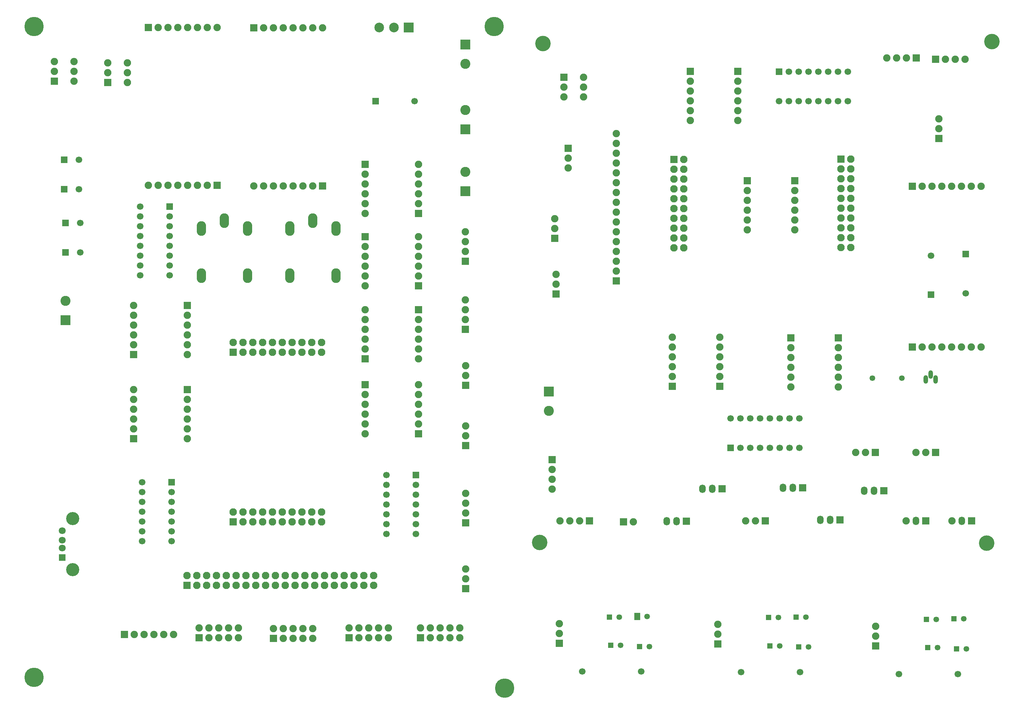
<source format=gbr>
G04 DipTrace 3.0.0.1*
G04 BottomMask.gbr*
%MOIN*%
G04 #@! TF.FileFunction,Soldermask,Bot*
G04 #@! TF.Part,Single*
%ADD17R,0.066929X0.066929*%
%ADD18C,0.066929*%
%ADD43C,0.15748*%
%ADD44C,0.19685*%
%ADD59C,0.066929*%
%ADD60R,0.057874X0.057874*%
%ADD62R,0.062992X0.074803*%
%ADD64C,0.057874*%
%ADD66C,0.057874*%
%ADD68O,0.047244X0.086614*%
%ADD70O,0.094488X0.149606*%
%ADD72C,0.076772*%
%ADD74R,0.076772X0.076772*%
%ADD76C,0.133858*%
%ADD78C,0.070866*%
%ADD80R,0.070866X0.070866*%
%ADD86O,0.066929X0.086614*%
%ADD90C,0.098425*%
%ADD92R,0.098425X0.098425*%
%ADD94C,0.102362*%
%ADD96R,0.102362X0.102362*%
%ADD98C,0.074803*%
%ADD99R,0.074803X0.074803*%
%FSLAX26Y26*%
G04*
G70*
G90*
G75*
G01*
G04 BotMask*
%LPD*%
D99*
X5936850Y4620312D3*
D98*
Y4720312D3*
Y4820312D3*
D96*
X5013911Y7160239D3*
D94*
Y6963388D3*
D96*
X5861843Y3626458D3*
D94*
Y3429608D3*
D92*
X4436295Y7335257D3*
D90*
X4286295D3*
X4136295D3*
D99*
X9833778Y6205719D3*
D98*
Y6305719D3*
Y6405719D3*
D17*
X7714552Y3055469D3*
D18*
X7814552D3*
X7914552D3*
X8014552D3*
X8114552D3*
X8214552D3*
X8314552D3*
X8414552D3*
Y3355469D3*
X8314552D3*
X8214552D3*
X8114552D3*
X8014552D3*
X7914552D3*
X7814552D3*
X7714552D3*
D99*
X5924349Y5189122D3*
D98*
Y5289122D3*
Y5389122D3*
D99*
X9187192Y3007643D3*
D98*
X9087192D3*
X8987192D3*
D99*
X9799756D3*
D98*
X9699756D3*
X9599756D3*
D99*
X5013911Y4953757D3*
D98*
Y5053757D3*
Y5153757D3*
Y5253757D3*
D99*
X5017606Y3691416D3*
D98*
Y3791416D3*
Y3891416D3*
D99*
X5897093Y2933072D3*
D98*
Y2833072D3*
Y2733072D3*
Y2633072D3*
D99*
X7261990Y2307570D3*
D86*
X7161990D3*
X7061990D3*
D99*
X5013911Y4259934D3*
D98*
Y4359934D3*
Y4459934D3*
Y4559934D3*
D99*
X5017606Y3078852D3*
D98*
Y3178852D3*
Y3278852D3*
D99*
X3829982Y1122105D3*
D98*
Y1222105D3*
X3929982Y1122105D3*
Y1222105D3*
X4029982Y1122105D3*
Y1222105D3*
X4129982Y1122105D3*
Y1222105D3*
X4229982Y1122105D3*
Y1222105D3*
D99*
X6061604Y6104719D3*
D98*
Y6004719D3*
Y5904719D3*
D99*
X1785978Y7335177D3*
D98*
X1885978D3*
X1985978D3*
X2085978D3*
X2185978D3*
X2285978D3*
X2385978D3*
X2485978D3*
D99*
X9562274Y4082285D3*
D98*
X9662274D3*
X9762274D3*
X9862274D3*
X9962274D3*
X10062274D3*
X10162274D3*
X10262274D3*
D99*
X2486091Y5728839D3*
D98*
X2386091D3*
X2286091D3*
X2186091D3*
X2086091D3*
X1986091D3*
X1886091D3*
X1786091D3*
D99*
X9562274Y5716143D3*
D98*
X9662274D3*
X9762274D3*
X9862274D3*
X9962274D3*
X10062274D3*
X10162274D3*
X10262274D3*
D99*
X2861026Y7331024D3*
D98*
X2961026D3*
X3061026D3*
X3161026D3*
X3261026D3*
X3361026D3*
X3461026D3*
X3561026D3*
D99*
X3561203Y5722588D3*
D98*
X3461203D3*
X3361203D3*
X3261203D3*
X3161203D3*
X3061203D3*
X2961203D3*
X2861203D3*
D17*
X4098760Y6585178D3*
D18*
X4496398D3*
D99*
X2304822Y1122105D3*
D98*
Y1222105D3*
X2404822Y1122105D3*
Y1222105D3*
X2504822Y1122105D3*
Y1222105D3*
X2604822Y1122105D3*
Y1222105D3*
X2704822Y1122105D3*
Y1222105D3*
D17*
X929573Y5987133D3*
D18*
X1079573D3*
D17*
X929573Y5687133D3*
D18*
X1079573D3*
D17*
X942075Y5343315D3*
D18*
X1092075D3*
D17*
X942075Y5043315D3*
D18*
X1092075D3*
D96*
X5013911Y6297648D3*
D94*
Y6494499D3*
D96*
Y5666332D3*
D94*
Y5863182D3*
D99*
X5017606Y2290978D3*
D98*
Y2390978D3*
Y2490978D3*
Y2590978D3*
D99*
Y1622157D3*
D98*
Y1722157D3*
Y1822157D3*
D43*
X10372231Y7190287D3*
X5802550Y7170367D3*
D44*
X623307Y7343525D3*
D43*
X10320244Y2083451D3*
X5771516Y2091008D3*
D44*
X5306717Y7344430D3*
X5412978Y606223D3*
X623291Y717829D3*
D99*
X1542138Y1155375D3*
D98*
X1642138D3*
X1742138D3*
X1842138D3*
X1942138D3*
X2042138D3*
D17*
X10107344Y5026711D3*
D18*
Y4629073D3*
D99*
X8826337Y2320976D3*
D86*
X8726337D3*
X8626337D3*
D99*
X9273357Y2617554D3*
D86*
X9173357D3*
X9073357D3*
D80*
X910822Y1936707D3*
D78*
Y2035133D3*
Y2113873D3*
Y2212298D3*
D76*
X1017121Y1815841D3*
Y2333164D3*
D74*
X2648545Y2302315D3*
D72*
X2748545D3*
X2848545D3*
X2948545D3*
X3048545D3*
X3148545D3*
X3248545D3*
X3348545D3*
X3448545D3*
X3548545D3*
Y2402315D3*
X3448545D3*
X3348545D3*
X3248545D3*
X3148545D3*
X3048545D3*
X2948545D3*
X2848545D3*
X2748545D3*
X2648545D3*
D74*
X2648596Y4028667D3*
D72*
X2748596D3*
X2848596D3*
X2948596D3*
X3048596D3*
X3148596D3*
X3248596D3*
X3348596D3*
X3448596D3*
X3548596D3*
Y4128667D3*
X3448596D3*
X3348596D3*
X3248596D3*
X3148596D3*
X3048596D3*
X2948596D3*
X2848596D3*
X2748596D3*
X2648596D3*
D70*
X2561098Y5366301D3*
X2326098Y5286301D3*
X2796098D3*
Y4806301D3*
X2326098D3*
X3461193Y5366387D3*
X3226193Y5286387D3*
X3696193D3*
Y4806387D3*
X3226193D3*
D99*
X6551445Y4753127D3*
D98*
Y4853127D3*
Y4953127D3*
Y5053127D3*
Y5153127D3*
Y5253127D3*
Y5353127D3*
Y5453127D3*
Y5553127D3*
Y5653127D3*
Y5753127D3*
Y5853127D3*
Y5953127D3*
Y6053127D3*
Y6153127D3*
Y6253127D3*
D99*
X8367301Y5774096D3*
D98*
Y5674096D3*
Y5574096D3*
Y5474096D3*
Y5374096D3*
Y5274096D3*
D99*
X7883836Y5774096D3*
D98*
Y5674096D3*
Y5574096D3*
Y5474096D3*
Y5374096D3*
Y5274096D3*
D99*
X9801264Y7012714D3*
D98*
X9901264D3*
X10001264D3*
X10101264D3*
D99*
X9602617Y7025845D3*
D98*
X9502617D3*
X9402617D3*
X9302617D3*
D99*
X4536312Y3197472D3*
D98*
Y3297472D3*
Y3397472D3*
Y3497472D3*
Y3597472D3*
Y3697472D3*
D99*
X3992454Y3697323D3*
D98*
Y3597323D3*
Y3497323D3*
Y3397323D3*
Y3297323D3*
Y3197323D3*
D99*
X4536312Y4703727D3*
D98*
Y4803727D3*
Y4903727D3*
Y5003727D3*
Y5103727D3*
Y5203727D3*
D99*
X3992454Y5203731D3*
D98*
Y5103731D3*
Y5003731D3*
Y4903731D3*
Y4803731D3*
Y4703731D3*
D99*
X2183360Y3647286D3*
D98*
Y3547286D3*
Y3447286D3*
Y3347286D3*
Y3247286D3*
Y3147286D3*
D99*
X1636115Y3147318D3*
D98*
Y3247318D3*
Y3347318D3*
Y3447318D3*
Y3547318D3*
Y3647318D3*
D99*
X2183360Y4503710D3*
D98*
Y4403710D3*
Y4303710D3*
Y4203710D3*
Y4103710D3*
Y4003710D3*
D99*
X1636115Y4003576D3*
D98*
Y4103576D3*
Y4203576D3*
Y4303576D3*
Y4403576D3*
Y4503576D3*
D99*
X4536312Y4459955D3*
D98*
Y4359955D3*
Y4259955D3*
Y4159955D3*
Y4059955D3*
Y3959955D3*
D99*
X3992454D3*
D98*
Y4059955D3*
Y4159955D3*
Y4259955D3*
Y4359955D3*
Y4459955D3*
D99*
X4536312Y5441361D3*
D98*
Y5541361D3*
Y5641361D3*
Y5741361D3*
Y5841361D3*
Y5941361D3*
D99*
X3992454Y5941486D3*
D98*
Y5841486D3*
Y5741486D3*
Y5641486D3*
Y5541486D3*
Y5441486D3*
D99*
X8065577Y2310631D3*
D98*
X7965577D3*
X7865577D3*
D99*
X8446075Y2648589D3*
D86*
X8346075D3*
X8246075D3*
D99*
X7786787Y6887836D3*
D98*
Y6787836D3*
Y6687836D3*
Y6587836D3*
Y6487836D3*
Y6387836D3*
D99*
X7303323Y6887846D3*
D98*
Y6787846D3*
Y6687846D3*
Y6587846D3*
Y6487846D3*
Y6387846D3*
D99*
X1373370Y6774715D3*
D98*
Y6874715D3*
Y6974715D3*
X1573370Y6774715D3*
Y6874715D3*
Y6974715D3*
D17*
X4511303Y2778529D3*
D18*
Y2678529D3*
Y2578529D3*
Y2478529D3*
Y2378529D3*
Y2278529D3*
Y2178529D3*
X4211303D3*
Y2278529D3*
Y2378529D3*
Y2478529D3*
Y2578529D3*
Y2678529D3*
Y2778529D3*
D17*
X2023542Y2703521D3*
D18*
Y2603521D3*
Y2503521D3*
Y2403521D3*
Y2303521D3*
Y2203521D3*
Y2103521D3*
X1723542D3*
Y2203521D3*
Y2303521D3*
Y2403521D3*
Y2503521D3*
Y2603521D3*
Y2703521D3*
D99*
X4555058Y1122105D3*
D98*
Y1222105D3*
X4655058Y1122105D3*
Y1222105D3*
X4755058Y1122105D3*
Y1222105D3*
X4855058Y1122105D3*
Y1222105D3*
X4955058Y1122105D3*
Y1222105D3*
D99*
X3061151Y1115854D3*
D98*
Y1215854D3*
X3161151Y1115854D3*
Y1215854D3*
X3261151Y1115854D3*
Y1215854D3*
X3361151Y1115854D3*
Y1215854D3*
X3461151Y1115854D3*
Y1215854D3*
D99*
X829563Y6787217D3*
D98*
Y6887217D3*
Y6987217D3*
X1029563Y6787217D3*
Y6887217D3*
Y6987217D3*
D99*
X6624423Y2301319D3*
D98*
X6724423D3*
D68*
X9699787Y3750724D3*
X9749787Y3800724D3*
X9799787Y3750724D3*
D66*
X9457073Y3763416D3*
D64*
X9157073D3*
D74*
X2179808Y1653411D3*
D72*
X2279808D3*
X2379808D3*
X2479808D3*
X2579808D3*
X2679808D3*
X2779808D3*
X2879808D3*
X2979808D3*
X3079808D3*
X3179808D3*
X3279808D3*
X3379808D3*
X3479808D3*
X3579808D3*
X3679808D3*
X3779808D3*
X3879808D3*
X3979808D3*
X4079808D3*
Y1753411D3*
X3979808D3*
X3879808D3*
X3779808D3*
X3679808D3*
X3579808D3*
X3479808D3*
X3379808D3*
X3279808D3*
X3179808D3*
X3079808D3*
X2979808D3*
X2879808D3*
X2779808D3*
X2679808D3*
X2579808D3*
X2479808D3*
X2379808D3*
X2279808D3*
X2179808D3*
D99*
X9701626Y2310631D3*
D86*
X9601626D3*
D98*
X9501626D3*
D99*
X10166287D3*
D86*
X10066287D3*
D98*
X9966287D3*
D99*
X7121038Y3680329D3*
D98*
Y3780329D3*
Y3880329D3*
Y3980329D3*
Y4080329D3*
Y4180329D3*
D99*
X7604501Y3680339D3*
D98*
Y3780339D3*
Y3880339D3*
Y3980339D3*
Y4080339D3*
Y4180339D3*
D99*
X6016824Y6828699D3*
D98*
Y6728699D3*
Y6628699D3*
X6216824Y6828699D3*
Y6728699D3*
Y6628699D3*
D74*
X7135749Y5991537D3*
D72*
Y5891537D3*
Y5791537D3*
Y5691537D3*
Y5591537D3*
Y5491537D3*
Y5391537D3*
Y5291537D3*
Y5191537D3*
Y5091537D3*
X7235749D3*
Y5191537D3*
Y5291537D3*
Y5391537D3*
Y5491537D3*
Y5591537D3*
Y5691537D3*
Y5791537D3*
Y5891537D3*
Y5991537D3*
D74*
X8835749Y5993316D3*
D72*
Y5893316D3*
Y5793316D3*
Y5693316D3*
Y5593316D3*
Y5493316D3*
Y5393316D3*
Y5293316D3*
Y5193316D3*
Y5093316D3*
X8935749D3*
Y5193316D3*
Y5293316D3*
Y5393316D3*
Y5493316D3*
Y5593316D3*
Y5693316D3*
Y5793316D3*
Y5893316D3*
Y5993316D3*
D99*
X8325783Y4175348D3*
D98*
Y4075348D3*
Y3975348D3*
Y3875348D3*
Y3775348D3*
Y3675348D3*
D99*
X8809249Y4175358D3*
D98*
Y4075358D3*
Y3975358D3*
Y3875358D3*
Y3775358D3*
Y3675358D3*
D99*
X6278004Y2310631D3*
D98*
X6178004D3*
X6078004D3*
X5978004D3*
D99*
X7625583Y2638243D3*
D86*
X7525583D3*
X7425583D3*
D17*
X2004790Y5510066D3*
D18*
Y5410066D3*
Y5310066D3*
Y5210066D3*
Y5110066D3*
Y5010066D3*
Y4910066D3*
Y4810066D3*
X1704790D3*
Y4910066D3*
Y5010066D3*
Y5110066D3*
Y5210066D3*
Y5310066D3*
Y5410066D3*
Y5510066D3*
D17*
X8205450Y6884390D3*
D18*
X8305450D3*
X8405450D3*
X8505450D3*
X8605450D3*
X8705450D3*
X8805450D3*
X8905450D3*
Y6584390D3*
X8805450D3*
X8705450D3*
X8605450D3*
X8505450D3*
X8405450D3*
X8305450D3*
X8205450D3*
D17*
X9754068Y4614971D3*
D18*
Y5012609D3*
D66*
X6861948Y1338718D3*
D62*
X6761948D3*
D66*
X6593169Y1044936D3*
D60*
X6493169D3*
D66*
X6580667Y1332466D3*
D60*
X6480667D3*
D66*
X6886950Y1032436D3*
D60*
X6786950D3*
D99*
X5970379Y1063688D3*
D98*
Y1163688D3*
Y1263688D3*
D59*
X6801717Y776157D3*
X6201717D3*
D66*
X8480867Y1332467D3*
D60*
X8380867D3*
D66*
X8212089Y1038685D3*
D60*
X8112089D3*
D66*
X8199587Y1326215D3*
D60*
X8099587D3*
D66*
X8505870Y1026185D3*
D60*
X8405870D3*
D99*
X7583049Y1057437D3*
D98*
Y1157437D3*
Y1257437D3*
D59*
X8420636Y769907D3*
X7820636D3*
D66*
X10087286Y1313715D3*
D60*
X9987286D3*
D66*
X9818508Y1019933D3*
D60*
X9718508D3*
D66*
X9806005Y1307463D3*
D60*
X9706005D3*
D66*
X10112289Y1007433D3*
D60*
X10012289D3*
D99*
X9189467Y1038685D3*
D98*
Y1138685D3*
Y1238685D3*
D59*
X10027055Y751155D3*
X9427055D3*
D96*
X942075Y4355711D3*
D94*
Y4552562D3*
M02*

</source>
